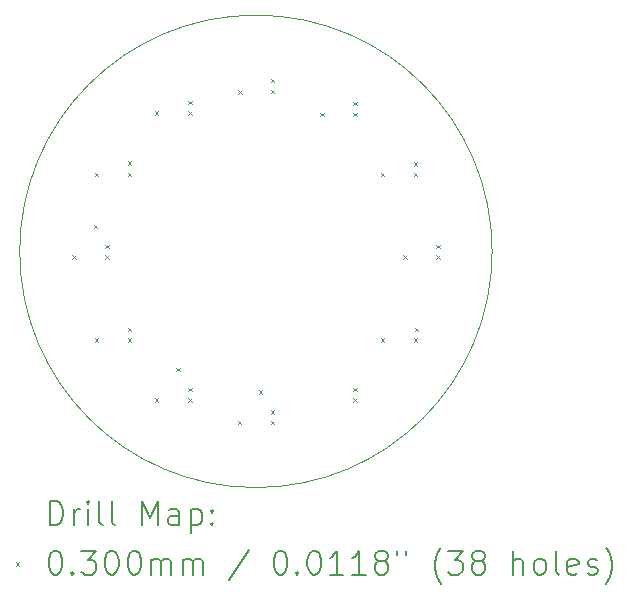
<source format=gbr>
%TF.GenerationSoftware,KiCad,Pcbnew,7.0.10-7.0.10~ubuntu22.04.1*%
%TF.CreationDate,2024-04-10T21:14:16+02:00*%
%TF.ProjectId,STM32_watch_NFC,53544d33-325f-4776-9174-63685f4e4643,rev?*%
%TF.SameCoordinates,Original*%
%TF.FileFunction,Drillmap*%
%TF.FilePolarity,Positive*%
%FSLAX45Y45*%
G04 Gerber Fmt 4.5, Leading zero omitted, Abs format (unit mm)*
G04 Created by KiCad (PCBNEW 7.0.10-7.0.10~ubuntu22.04.1) date 2024-04-10 21:14:16*
%MOMM*%
%LPD*%
G01*
G04 APERTURE LIST*
%ADD10C,0.100000*%
%ADD11C,0.200000*%
G04 APERTURE END LIST*
D10*
X16850000Y-10500000D02*
G75*
G03*
X12850000Y-10500000I-2000000J0D01*
G01*
X12850000Y-10500000D02*
G75*
G03*
X16850000Y-10500000I2000000J0D01*
G01*
D11*
D10*
X13295000Y-10535000D02*
X13325000Y-10565000D01*
X13325000Y-10535000D02*
X13295000Y-10565000D01*
X13475000Y-10275000D02*
X13505000Y-10305000D01*
X13505000Y-10275000D02*
X13475000Y-10305000D01*
X13485000Y-9835000D02*
X13515000Y-9865000D01*
X13515000Y-9835000D02*
X13485000Y-9865000D01*
X13485000Y-11235000D02*
X13515000Y-11265000D01*
X13515000Y-11235000D02*
X13485000Y-11265000D01*
X13575000Y-10445000D02*
X13605000Y-10475000D01*
X13605000Y-10445000D02*
X13575000Y-10475000D01*
X13575000Y-10535000D02*
X13605000Y-10565000D01*
X13605000Y-10535000D02*
X13575000Y-10565000D01*
X13765000Y-9735000D02*
X13795000Y-9765000D01*
X13795000Y-9735000D02*
X13765000Y-9765000D01*
X13765000Y-9835000D02*
X13795000Y-9865000D01*
X13795000Y-9835000D02*
X13765000Y-9865000D01*
X13765000Y-11145000D02*
X13795000Y-11175000D01*
X13795000Y-11145000D02*
X13765000Y-11175000D01*
X13765000Y-11235000D02*
X13795000Y-11265000D01*
X13795000Y-11235000D02*
X13765000Y-11265000D01*
X13995000Y-9315000D02*
X14025000Y-9345000D01*
X14025000Y-9315000D02*
X13995000Y-9345000D01*
X13995000Y-11745000D02*
X14025000Y-11775000D01*
X14025000Y-11745000D02*
X13995000Y-11775000D01*
X14175000Y-11485000D02*
X14205000Y-11515000D01*
X14205000Y-11485000D02*
X14175000Y-11515000D01*
X14275000Y-9225000D02*
X14305000Y-9255000D01*
X14305000Y-9225000D02*
X14275000Y-9255000D01*
X14275000Y-9315000D02*
X14305000Y-9345000D01*
X14305000Y-9315000D02*
X14275000Y-9345000D01*
X14275000Y-11655000D02*
X14305000Y-11685000D01*
X14305000Y-11655000D02*
X14275000Y-11685000D01*
X14275000Y-11745000D02*
X14305000Y-11775000D01*
X14305000Y-11745000D02*
X14275000Y-11775000D01*
X14695000Y-11935000D02*
X14725000Y-11965000D01*
X14725000Y-11935000D02*
X14695000Y-11965000D01*
X14700000Y-9135000D02*
X14730000Y-9165000D01*
X14730000Y-9135000D02*
X14700000Y-9165000D01*
X14875000Y-11675000D02*
X14905000Y-11705000D01*
X14905000Y-11675000D02*
X14875000Y-11705000D01*
X14975000Y-9040000D02*
X15005000Y-9070000D01*
X15005000Y-9040000D02*
X14975000Y-9070000D01*
X14975000Y-9130000D02*
X15005000Y-9160000D01*
X15005000Y-9130000D02*
X14975000Y-9160000D01*
X14975000Y-11845000D02*
X15005000Y-11875000D01*
X15005000Y-11845000D02*
X14975000Y-11875000D01*
X14975000Y-11935000D02*
X15005000Y-11965000D01*
X15005000Y-11935000D02*
X14975000Y-11965000D01*
X15395000Y-9325000D02*
X15425000Y-9355000D01*
X15425000Y-9325000D02*
X15395000Y-9355000D01*
X15675000Y-9235000D02*
X15705000Y-9265000D01*
X15705000Y-9235000D02*
X15675000Y-9265000D01*
X15675000Y-9325000D02*
X15705000Y-9355000D01*
X15705000Y-9325000D02*
X15675000Y-9355000D01*
X15675000Y-11655000D02*
X15705000Y-11685000D01*
X15705000Y-11655000D02*
X15675000Y-11685000D01*
X15675000Y-11745000D02*
X15705000Y-11775000D01*
X15705000Y-11745000D02*
X15675000Y-11775000D01*
X15905000Y-9835000D02*
X15935000Y-9865000D01*
X15935000Y-9835000D02*
X15905000Y-9865000D01*
X15905000Y-11235000D02*
X15935000Y-11265000D01*
X15935000Y-11235000D02*
X15905000Y-11265000D01*
X16095000Y-10535000D02*
X16125000Y-10565000D01*
X16125000Y-10535000D02*
X16095000Y-10565000D01*
X16185000Y-9745000D02*
X16215000Y-9775000D01*
X16215000Y-9745000D02*
X16185000Y-9775000D01*
X16185000Y-9835000D02*
X16215000Y-9865000D01*
X16215000Y-9835000D02*
X16185000Y-9865000D01*
X16185000Y-11235000D02*
X16215000Y-11265000D01*
X16215000Y-11235000D02*
X16185000Y-11265000D01*
X16195000Y-11145000D02*
X16225000Y-11175000D01*
X16225000Y-11145000D02*
X16195000Y-11175000D01*
X16375000Y-10445000D02*
X16405000Y-10475000D01*
X16405000Y-10445000D02*
X16375000Y-10475000D01*
X16375000Y-10535000D02*
X16405000Y-10565000D01*
X16405000Y-10535000D02*
X16375000Y-10565000D01*
D11*
X13105777Y-12816484D02*
X13105777Y-12616484D01*
X13105777Y-12616484D02*
X13153396Y-12616484D01*
X13153396Y-12616484D02*
X13181967Y-12626008D01*
X13181967Y-12626008D02*
X13201015Y-12645055D01*
X13201015Y-12645055D02*
X13210539Y-12664103D01*
X13210539Y-12664103D02*
X13220062Y-12702198D01*
X13220062Y-12702198D02*
X13220062Y-12730769D01*
X13220062Y-12730769D02*
X13210539Y-12768865D01*
X13210539Y-12768865D02*
X13201015Y-12787912D01*
X13201015Y-12787912D02*
X13181967Y-12806960D01*
X13181967Y-12806960D02*
X13153396Y-12816484D01*
X13153396Y-12816484D02*
X13105777Y-12816484D01*
X13305777Y-12816484D02*
X13305777Y-12683150D01*
X13305777Y-12721246D02*
X13315301Y-12702198D01*
X13315301Y-12702198D02*
X13324824Y-12692674D01*
X13324824Y-12692674D02*
X13343872Y-12683150D01*
X13343872Y-12683150D02*
X13362920Y-12683150D01*
X13429586Y-12816484D02*
X13429586Y-12683150D01*
X13429586Y-12616484D02*
X13420062Y-12626008D01*
X13420062Y-12626008D02*
X13429586Y-12635531D01*
X13429586Y-12635531D02*
X13439110Y-12626008D01*
X13439110Y-12626008D02*
X13429586Y-12616484D01*
X13429586Y-12616484D02*
X13429586Y-12635531D01*
X13553396Y-12816484D02*
X13534348Y-12806960D01*
X13534348Y-12806960D02*
X13524824Y-12787912D01*
X13524824Y-12787912D02*
X13524824Y-12616484D01*
X13658158Y-12816484D02*
X13639110Y-12806960D01*
X13639110Y-12806960D02*
X13629586Y-12787912D01*
X13629586Y-12787912D02*
X13629586Y-12616484D01*
X13886729Y-12816484D02*
X13886729Y-12616484D01*
X13886729Y-12616484D02*
X13953396Y-12759341D01*
X13953396Y-12759341D02*
X14020062Y-12616484D01*
X14020062Y-12616484D02*
X14020062Y-12816484D01*
X14201015Y-12816484D02*
X14201015Y-12711722D01*
X14201015Y-12711722D02*
X14191491Y-12692674D01*
X14191491Y-12692674D02*
X14172443Y-12683150D01*
X14172443Y-12683150D02*
X14134348Y-12683150D01*
X14134348Y-12683150D02*
X14115301Y-12692674D01*
X14201015Y-12806960D02*
X14181967Y-12816484D01*
X14181967Y-12816484D02*
X14134348Y-12816484D01*
X14134348Y-12816484D02*
X14115301Y-12806960D01*
X14115301Y-12806960D02*
X14105777Y-12787912D01*
X14105777Y-12787912D02*
X14105777Y-12768865D01*
X14105777Y-12768865D02*
X14115301Y-12749817D01*
X14115301Y-12749817D02*
X14134348Y-12740293D01*
X14134348Y-12740293D02*
X14181967Y-12740293D01*
X14181967Y-12740293D02*
X14201015Y-12730769D01*
X14296253Y-12683150D02*
X14296253Y-12883150D01*
X14296253Y-12692674D02*
X14315301Y-12683150D01*
X14315301Y-12683150D02*
X14353396Y-12683150D01*
X14353396Y-12683150D02*
X14372443Y-12692674D01*
X14372443Y-12692674D02*
X14381967Y-12702198D01*
X14381967Y-12702198D02*
X14391491Y-12721246D01*
X14391491Y-12721246D02*
X14391491Y-12778388D01*
X14391491Y-12778388D02*
X14381967Y-12797436D01*
X14381967Y-12797436D02*
X14372443Y-12806960D01*
X14372443Y-12806960D02*
X14353396Y-12816484D01*
X14353396Y-12816484D02*
X14315301Y-12816484D01*
X14315301Y-12816484D02*
X14296253Y-12806960D01*
X14477205Y-12797436D02*
X14486729Y-12806960D01*
X14486729Y-12806960D02*
X14477205Y-12816484D01*
X14477205Y-12816484D02*
X14467682Y-12806960D01*
X14467682Y-12806960D02*
X14477205Y-12797436D01*
X14477205Y-12797436D02*
X14477205Y-12816484D01*
X14477205Y-12692674D02*
X14486729Y-12702198D01*
X14486729Y-12702198D02*
X14477205Y-12711722D01*
X14477205Y-12711722D02*
X14467682Y-12702198D01*
X14467682Y-12702198D02*
X14477205Y-12692674D01*
X14477205Y-12692674D02*
X14477205Y-12711722D01*
D10*
X12815000Y-13130000D02*
X12845000Y-13160000D01*
X12845000Y-13130000D02*
X12815000Y-13160000D01*
D11*
X13143872Y-13036484D02*
X13162920Y-13036484D01*
X13162920Y-13036484D02*
X13181967Y-13046008D01*
X13181967Y-13046008D02*
X13191491Y-13055531D01*
X13191491Y-13055531D02*
X13201015Y-13074579D01*
X13201015Y-13074579D02*
X13210539Y-13112674D01*
X13210539Y-13112674D02*
X13210539Y-13160293D01*
X13210539Y-13160293D02*
X13201015Y-13198388D01*
X13201015Y-13198388D02*
X13191491Y-13217436D01*
X13191491Y-13217436D02*
X13181967Y-13226960D01*
X13181967Y-13226960D02*
X13162920Y-13236484D01*
X13162920Y-13236484D02*
X13143872Y-13236484D01*
X13143872Y-13236484D02*
X13124824Y-13226960D01*
X13124824Y-13226960D02*
X13115301Y-13217436D01*
X13115301Y-13217436D02*
X13105777Y-13198388D01*
X13105777Y-13198388D02*
X13096253Y-13160293D01*
X13096253Y-13160293D02*
X13096253Y-13112674D01*
X13096253Y-13112674D02*
X13105777Y-13074579D01*
X13105777Y-13074579D02*
X13115301Y-13055531D01*
X13115301Y-13055531D02*
X13124824Y-13046008D01*
X13124824Y-13046008D02*
X13143872Y-13036484D01*
X13296253Y-13217436D02*
X13305777Y-13226960D01*
X13305777Y-13226960D02*
X13296253Y-13236484D01*
X13296253Y-13236484D02*
X13286729Y-13226960D01*
X13286729Y-13226960D02*
X13296253Y-13217436D01*
X13296253Y-13217436D02*
X13296253Y-13236484D01*
X13372443Y-13036484D02*
X13496253Y-13036484D01*
X13496253Y-13036484D02*
X13429586Y-13112674D01*
X13429586Y-13112674D02*
X13458158Y-13112674D01*
X13458158Y-13112674D02*
X13477205Y-13122198D01*
X13477205Y-13122198D02*
X13486729Y-13131722D01*
X13486729Y-13131722D02*
X13496253Y-13150769D01*
X13496253Y-13150769D02*
X13496253Y-13198388D01*
X13496253Y-13198388D02*
X13486729Y-13217436D01*
X13486729Y-13217436D02*
X13477205Y-13226960D01*
X13477205Y-13226960D02*
X13458158Y-13236484D01*
X13458158Y-13236484D02*
X13401015Y-13236484D01*
X13401015Y-13236484D02*
X13381967Y-13226960D01*
X13381967Y-13226960D02*
X13372443Y-13217436D01*
X13620062Y-13036484D02*
X13639110Y-13036484D01*
X13639110Y-13036484D02*
X13658158Y-13046008D01*
X13658158Y-13046008D02*
X13667682Y-13055531D01*
X13667682Y-13055531D02*
X13677205Y-13074579D01*
X13677205Y-13074579D02*
X13686729Y-13112674D01*
X13686729Y-13112674D02*
X13686729Y-13160293D01*
X13686729Y-13160293D02*
X13677205Y-13198388D01*
X13677205Y-13198388D02*
X13667682Y-13217436D01*
X13667682Y-13217436D02*
X13658158Y-13226960D01*
X13658158Y-13226960D02*
X13639110Y-13236484D01*
X13639110Y-13236484D02*
X13620062Y-13236484D01*
X13620062Y-13236484D02*
X13601015Y-13226960D01*
X13601015Y-13226960D02*
X13591491Y-13217436D01*
X13591491Y-13217436D02*
X13581967Y-13198388D01*
X13581967Y-13198388D02*
X13572443Y-13160293D01*
X13572443Y-13160293D02*
X13572443Y-13112674D01*
X13572443Y-13112674D02*
X13581967Y-13074579D01*
X13581967Y-13074579D02*
X13591491Y-13055531D01*
X13591491Y-13055531D02*
X13601015Y-13046008D01*
X13601015Y-13046008D02*
X13620062Y-13036484D01*
X13810539Y-13036484D02*
X13829586Y-13036484D01*
X13829586Y-13036484D02*
X13848634Y-13046008D01*
X13848634Y-13046008D02*
X13858158Y-13055531D01*
X13858158Y-13055531D02*
X13867682Y-13074579D01*
X13867682Y-13074579D02*
X13877205Y-13112674D01*
X13877205Y-13112674D02*
X13877205Y-13160293D01*
X13877205Y-13160293D02*
X13867682Y-13198388D01*
X13867682Y-13198388D02*
X13858158Y-13217436D01*
X13858158Y-13217436D02*
X13848634Y-13226960D01*
X13848634Y-13226960D02*
X13829586Y-13236484D01*
X13829586Y-13236484D02*
X13810539Y-13236484D01*
X13810539Y-13236484D02*
X13791491Y-13226960D01*
X13791491Y-13226960D02*
X13781967Y-13217436D01*
X13781967Y-13217436D02*
X13772443Y-13198388D01*
X13772443Y-13198388D02*
X13762920Y-13160293D01*
X13762920Y-13160293D02*
X13762920Y-13112674D01*
X13762920Y-13112674D02*
X13772443Y-13074579D01*
X13772443Y-13074579D02*
X13781967Y-13055531D01*
X13781967Y-13055531D02*
X13791491Y-13046008D01*
X13791491Y-13046008D02*
X13810539Y-13036484D01*
X13962920Y-13236484D02*
X13962920Y-13103150D01*
X13962920Y-13122198D02*
X13972443Y-13112674D01*
X13972443Y-13112674D02*
X13991491Y-13103150D01*
X13991491Y-13103150D02*
X14020063Y-13103150D01*
X14020063Y-13103150D02*
X14039110Y-13112674D01*
X14039110Y-13112674D02*
X14048634Y-13131722D01*
X14048634Y-13131722D02*
X14048634Y-13236484D01*
X14048634Y-13131722D02*
X14058158Y-13112674D01*
X14058158Y-13112674D02*
X14077205Y-13103150D01*
X14077205Y-13103150D02*
X14105777Y-13103150D01*
X14105777Y-13103150D02*
X14124824Y-13112674D01*
X14124824Y-13112674D02*
X14134348Y-13131722D01*
X14134348Y-13131722D02*
X14134348Y-13236484D01*
X14229586Y-13236484D02*
X14229586Y-13103150D01*
X14229586Y-13122198D02*
X14239110Y-13112674D01*
X14239110Y-13112674D02*
X14258158Y-13103150D01*
X14258158Y-13103150D02*
X14286729Y-13103150D01*
X14286729Y-13103150D02*
X14305777Y-13112674D01*
X14305777Y-13112674D02*
X14315301Y-13131722D01*
X14315301Y-13131722D02*
X14315301Y-13236484D01*
X14315301Y-13131722D02*
X14324824Y-13112674D01*
X14324824Y-13112674D02*
X14343872Y-13103150D01*
X14343872Y-13103150D02*
X14372443Y-13103150D01*
X14372443Y-13103150D02*
X14391491Y-13112674D01*
X14391491Y-13112674D02*
X14401015Y-13131722D01*
X14401015Y-13131722D02*
X14401015Y-13236484D01*
X14791491Y-13026960D02*
X14620063Y-13284103D01*
X15048634Y-13036484D02*
X15067682Y-13036484D01*
X15067682Y-13036484D02*
X15086729Y-13046008D01*
X15086729Y-13046008D02*
X15096253Y-13055531D01*
X15096253Y-13055531D02*
X15105777Y-13074579D01*
X15105777Y-13074579D02*
X15115301Y-13112674D01*
X15115301Y-13112674D02*
X15115301Y-13160293D01*
X15115301Y-13160293D02*
X15105777Y-13198388D01*
X15105777Y-13198388D02*
X15096253Y-13217436D01*
X15096253Y-13217436D02*
X15086729Y-13226960D01*
X15086729Y-13226960D02*
X15067682Y-13236484D01*
X15067682Y-13236484D02*
X15048634Y-13236484D01*
X15048634Y-13236484D02*
X15029586Y-13226960D01*
X15029586Y-13226960D02*
X15020063Y-13217436D01*
X15020063Y-13217436D02*
X15010539Y-13198388D01*
X15010539Y-13198388D02*
X15001015Y-13160293D01*
X15001015Y-13160293D02*
X15001015Y-13112674D01*
X15001015Y-13112674D02*
X15010539Y-13074579D01*
X15010539Y-13074579D02*
X15020063Y-13055531D01*
X15020063Y-13055531D02*
X15029586Y-13046008D01*
X15029586Y-13046008D02*
X15048634Y-13036484D01*
X15201015Y-13217436D02*
X15210539Y-13226960D01*
X15210539Y-13226960D02*
X15201015Y-13236484D01*
X15201015Y-13236484D02*
X15191491Y-13226960D01*
X15191491Y-13226960D02*
X15201015Y-13217436D01*
X15201015Y-13217436D02*
X15201015Y-13236484D01*
X15334348Y-13036484D02*
X15353396Y-13036484D01*
X15353396Y-13036484D02*
X15372444Y-13046008D01*
X15372444Y-13046008D02*
X15381967Y-13055531D01*
X15381967Y-13055531D02*
X15391491Y-13074579D01*
X15391491Y-13074579D02*
X15401015Y-13112674D01*
X15401015Y-13112674D02*
X15401015Y-13160293D01*
X15401015Y-13160293D02*
X15391491Y-13198388D01*
X15391491Y-13198388D02*
X15381967Y-13217436D01*
X15381967Y-13217436D02*
X15372444Y-13226960D01*
X15372444Y-13226960D02*
X15353396Y-13236484D01*
X15353396Y-13236484D02*
X15334348Y-13236484D01*
X15334348Y-13236484D02*
X15315301Y-13226960D01*
X15315301Y-13226960D02*
X15305777Y-13217436D01*
X15305777Y-13217436D02*
X15296253Y-13198388D01*
X15296253Y-13198388D02*
X15286729Y-13160293D01*
X15286729Y-13160293D02*
X15286729Y-13112674D01*
X15286729Y-13112674D02*
X15296253Y-13074579D01*
X15296253Y-13074579D02*
X15305777Y-13055531D01*
X15305777Y-13055531D02*
X15315301Y-13046008D01*
X15315301Y-13046008D02*
X15334348Y-13036484D01*
X15591491Y-13236484D02*
X15477206Y-13236484D01*
X15534348Y-13236484D02*
X15534348Y-13036484D01*
X15534348Y-13036484D02*
X15515301Y-13065055D01*
X15515301Y-13065055D02*
X15496253Y-13084103D01*
X15496253Y-13084103D02*
X15477206Y-13093627D01*
X15781967Y-13236484D02*
X15667682Y-13236484D01*
X15724825Y-13236484D02*
X15724825Y-13036484D01*
X15724825Y-13036484D02*
X15705777Y-13065055D01*
X15705777Y-13065055D02*
X15686729Y-13084103D01*
X15686729Y-13084103D02*
X15667682Y-13093627D01*
X15896253Y-13122198D02*
X15877206Y-13112674D01*
X15877206Y-13112674D02*
X15867682Y-13103150D01*
X15867682Y-13103150D02*
X15858158Y-13084103D01*
X15858158Y-13084103D02*
X15858158Y-13074579D01*
X15858158Y-13074579D02*
X15867682Y-13055531D01*
X15867682Y-13055531D02*
X15877206Y-13046008D01*
X15877206Y-13046008D02*
X15896253Y-13036484D01*
X15896253Y-13036484D02*
X15934348Y-13036484D01*
X15934348Y-13036484D02*
X15953396Y-13046008D01*
X15953396Y-13046008D02*
X15962920Y-13055531D01*
X15962920Y-13055531D02*
X15972444Y-13074579D01*
X15972444Y-13074579D02*
X15972444Y-13084103D01*
X15972444Y-13084103D02*
X15962920Y-13103150D01*
X15962920Y-13103150D02*
X15953396Y-13112674D01*
X15953396Y-13112674D02*
X15934348Y-13122198D01*
X15934348Y-13122198D02*
X15896253Y-13122198D01*
X15896253Y-13122198D02*
X15877206Y-13131722D01*
X15877206Y-13131722D02*
X15867682Y-13141246D01*
X15867682Y-13141246D02*
X15858158Y-13160293D01*
X15858158Y-13160293D02*
X15858158Y-13198388D01*
X15858158Y-13198388D02*
X15867682Y-13217436D01*
X15867682Y-13217436D02*
X15877206Y-13226960D01*
X15877206Y-13226960D02*
X15896253Y-13236484D01*
X15896253Y-13236484D02*
X15934348Y-13236484D01*
X15934348Y-13236484D02*
X15953396Y-13226960D01*
X15953396Y-13226960D02*
X15962920Y-13217436D01*
X15962920Y-13217436D02*
X15972444Y-13198388D01*
X15972444Y-13198388D02*
X15972444Y-13160293D01*
X15972444Y-13160293D02*
X15962920Y-13141246D01*
X15962920Y-13141246D02*
X15953396Y-13131722D01*
X15953396Y-13131722D02*
X15934348Y-13122198D01*
X16048634Y-13036484D02*
X16048634Y-13074579D01*
X16124825Y-13036484D02*
X16124825Y-13074579D01*
X16420063Y-13312674D02*
X16410539Y-13303150D01*
X16410539Y-13303150D02*
X16391491Y-13274579D01*
X16391491Y-13274579D02*
X16381968Y-13255531D01*
X16381968Y-13255531D02*
X16372444Y-13226960D01*
X16372444Y-13226960D02*
X16362920Y-13179341D01*
X16362920Y-13179341D02*
X16362920Y-13141246D01*
X16362920Y-13141246D02*
X16372444Y-13093627D01*
X16372444Y-13093627D02*
X16381968Y-13065055D01*
X16381968Y-13065055D02*
X16391491Y-13046008D01*
X16391491Y-13046008D02*
X16410539Y-13017436D01*
X16410539Y-13017436D02*
X16420063Y-13007912D01*
X16477206Y-13036484D02*
X16601015Y-13036484D01*
X16601015Y-13036484D02*
X16534348Y-13112674D01*
X16534348Y-13112674D02*
X16562920Y-13112674D01*
X16562920Y-13112674D02*
X16581968Y-13122198D01*
X16581968Y-13122198D02*
X16591491Y-13131722D01*
X16591491Y-13131722D02*
X16601015Y-13150769D01*
X16601015Y-13150769D02*
X16601015Y-13198388D01*
X16601015Y-13198388D02*
X16591491Y-13217436D01*
X16591491Y-13217436D02*
X16581968Y-13226960D01*
X16581968Y-13226960D02*
X16562920Y-13236484D01*
X16562920Y-13236484D02*
X16505777Y-13236484D01*
X16505777Y-13236484D02*
X16486729Y-13226960D01*
X16486729Y-13226960D02*
X16477206Y-13217436D01*
X16715301Y-13122198D02*
X16696253Y-13112674D01*
X16696253Y-13112674D02*
X16686729Y-13103150D01*
X16686729Y-13103150D02*
X16677206Y-13084103D01*
X16677206Y-13084103D02*
X16677206Y-13074579D01*
X16677206Y-13074579D02*
X16686729Y-13055531D01*
X16686729Y-13055531D02*
X16696253Y-13046008D01*
X16696253Y-13046008D02*
X16715301Y-13036484D01*
X16715301Y-13036484D02*
X16753396Y-13036484D01*
X16753396Y-13036484D02*
X16772444Y-13046008D01*
X16772444Y-13046008D02*
X16781968Y-13055531D01*
X16781968Y-13055531D02*
X16791491Y-13074579D01*
X16791491Y-13074579D02*
X16791491Y-13084103D01*
X16791491Y-13084103D02*
X16781968Y-13103150D01*
X16781968Y-13103150D02*
X16772444Y-13112674D01*
X16772444Y-13112674D02*
X16753396Y-13122198D01*
X16753396Y-13122198D02*
X16715301Y-13122198D01*
X16715301Y-13122198D02*
X16696253Y-13131722D01*
X16696253Y-13131722D02*
X16686729Y-13141246D01*
X16686729Y-13141246D02*
X16677206Y-13160293D01*
X16677206Y-13160293D02*
X16677206Y-13198388D01*
X16677206Y-13198388D02*
X16686729Y-13217436D01*
X16686729Y-13217436D02*
X16696253Y-13226960D01*
X16696253Y-13226960D02*
X16715301Y-13236484D01*
X16715301Y-13236484D02*
X16753396Y-13236484D01*
X16753396Y-13236484D02*
X16772444Y-13226960D01*
X16772444Y-13226960D02*
X16781968Y-13217436D01*
X16781968Y-13217436D02*
X16791491Y-13198388D01*
X16791491Y-13198388D02*
X16791491Y-13160293D01*
X16791491Y-13160293D02*
X16781968Y-13141246D01*
X16781968Y-13141246D02*
X16772444Y-13131722D01*
X16772444Y-13131722D02*
X16753396Y-13122198D01*
X17029587Y-13236484D02*
X17029587Y-13036484D01*
X17115301Y-13236484D02*
X17115301Y-13131722D01*
X17115301Y-13131722D02*
X17105777Y-13112674D01*
X17105777Y-13112674D02*
X17086730Y-13103150D01*
X17086730Y-13103150D02*
X17058158Y-13103150D01*
X17058158Y-13103150D02*
X17039111Y-13112674D01*
X17039111Y-13112674D02*
X17029587Y-13122198D01*
X17239111Y-13236484D02*
X17220063Y-13226960D01*
X17220063Y-13226960D02*
X17210539Y-13217436D01*
X17210539Y-13217436D02*
X17201015Y-13198388D01*
X17201015Y-13198388D02*
X17201015Y-13141246D01*
X17201015Y-13141246D02*
X17210539Y-13122198D01*
X17210539Y-13122198D02*
X17220063Y-13112674D01*
X17220063Y-13112674D02*
X17239111Y-13103150D01*
X17239111Y-13103150D02*
X17267682Y-13103150D01*
X17267682Y-13103150D02*
X17286730Y-13112674D01*
X17286730Y-13112674D02*
X17296253Y-13122198D01*
X17296253Y-13122198D02*
X17305777Y-13141246D01*
X17305777Y-13141246D02*
X17305777Y-13198388D01*
X17305777Y-13198388D02*
X17296253Y-13217436D01*
X17296253Y-13217436D02*
X17286730Y-13226960D01*
X17286730Y-13226960D02*
X17267682Y-13236484D01*
X17267682Y-13236484D02*
X17239111Y-13236484D01*
X17420063Y-13236484D02*
X17401015Y-13226960D01*
X17401015Y-13226960D02*
X17391492Y-13207912D01*
X17391492Y-13207912D02*
X17391492Y-13036484D01*
X17572444Y-13226960D02*
X17553396Y-13236484D01*
X17553396Y-13236484D02*
X17515301Y-13236484D01*
X17515301Y-13236484D02*
X17496253Y-13226960D01*
X17496253Y-13226960D02*
X17486730Y-13207912D01*
X17486730Y-13207912D02*
X17486730Y-13131722D01*
X17486730Y-13131722D02*
X17496253Y-13112674D01*
X17496253Y-13112674D02*
X17515301Y-13103150D01*
X17515301Y-13103150D02*
X17553396Y-13103150D01*
X17553396Y-13103150D02*
X17572444Y-13112674D01*
X17572444Y-13112674D02*
X17581968Y-13131722D01*
X17581968Y-13131722D02*
X17581968Y-13150769D01*
X17581968Y-13150769D02*
X17486730Y-13169817D01*
X17658158Y-13226960D02*
X17677206Y-13236484D01*
X17677206Y-13236484D02*
X17715301Y-13236484D01*
X17715301Y-13236484D02*
X17734349Y-13226960D01*
X17734349Y-13226960D02*
X17743873Y-13207912D01*
X17743873Y-13207912D02*
X17743873Y-13198388D01*
X17743873Y-13198388D02*
X17734349Y-13179341D01*
X17734349Y-13179341D02*
X17715301Y-13169817D01*
X17715301Y-13169817D02*
X17686730Y-13169817D01*
X17686730Y-13169817D02*
X17667682Y-13160293D01*
X17667682Y-13160293D02*
X17658158Y-13141246D01*
X17658158Y-13141246D02*
X17658158Y-13131722D01*
X17658158Y-13131722D02*
X17667682Y-13112674D01*
X17667682Y-13112674D02*
X17686730Y-13103150D01*
X17686730Y-13103150D02*
X17715301Y-13103150D01*
X17715301Y-13103150D02*
X17734349Y-13112674D01*
X17810539Y-13312674D02*
X17820063Y-13303150D01*
X17820063Y-13303150D02*
X17839111Y-13274579D01*
X17839111Y-13274579D02*
X17848634Y-13255531D01*
X17848634Y-13255531D02*
X17858158Y-13226960D01*
X17858158Y-13226960D02*
X17867682Y-13179341D01*
X17867682Y-13179341D02*
X17867682Y-13141246D01*
X17867682Y-13141246D02*
X17858158Y-13093627D01*
X17858158Y-13093627D02*
X17848634Y-13065055D01*
X17848634Y-13065055D02*
X17839111Y-13046008D01*
X17839111Y-13046008D02*
X17820063Y-13017436D01*
X17820063Y-13017436D02*
X17810539Y-13007912D01*
M02*

</source>
